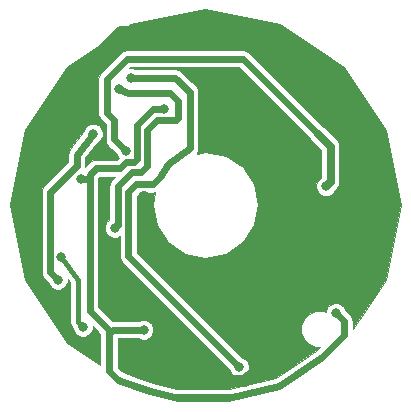
<source format=gbl>
G04 #@! TF.FileFunction,Copper,L2,Bot,Signal*
%FSLAX46Y46*%
G04 Gerber Fmt 4.6, Leading zero omitted, Abs format (unit mm)*
G04 Created by KiCad (PCBNEW 4.0.6) date Mon May 22 20:15:38 2017*
%MOMM*%
%LPD*%
G01*
G04 APERTURE LIST*
%ADD10C,0.100000*%
%ADD11C,0.800000*%
%ADD12C,0.700000*%
%ADD13C,0.600000*%
%ADD14C,1.000000*%
%ADD15C,0.400000*%
%ADD16C,0.050000*%
G04 APERTURE END LIST*
D10*
D11*
X151384000Y-107950000D03*
X134440000Y-104960000D03*
X153020000Y-107300000D03*
X140060000Y-123560000D03*
X144730000Y-121510000D03*
X128300000Y-104830000D03*
X128240000Y-117040000D03*
X148020000Y-120420000D03*
X146650000Y-118890000D03*
X139750000Y-116750000D03*
X134820000Y-123120000D03*
X136000000Y-108830000D03*
X153680000Y-106650000D03*
X152200000Y-118660000D03*
X137620000Y-101400000D03*
X135940000Y-120090000D03*
X130620000Y-107320000D03*
X128930000Y-113930000D03*
X130790000Y-119860000D03*
X144050000Y-123280000D03*
X134830000Y-98760000D03*
X133480000Y-111460000D03*
X133890000Y-99740000D03*
X131670000Y-103480000D03*
X128670000Y-115860000D03*
D12*
X151770000Y-107564000D02*
X151384000Y-107950000D01*
D13*
X150680000Y-103480000D02*
X144350000Y-97150000D01*
X144350000Y-97150000D02*
X134500000Y-97150000D01*
X134500000Y-97150000D02*
X132800000Y-98850000D01*
X132800000Y-98850000D02*
X132800000Y-101730000D01*
X132800000Y-101730000D02*
X133440000Y-102370000D01*
D12*
X151770000Y-104580000D02*
X150680000Y-103490000D01*
D13*
X150680000Y-103490000D02*
X150680000Y-103480000D01*
X133440000Y-103970000D02*
X133440000Y-102370000D01*
D12*
X151770000Y-104580000D02*
X151770000Y-107564000D01*
D13*
X133450000Y-103970000D02*
X133440000Y-103970000D01*
X134440000Y-104960000D02*
X133450000Y-103970000D01*
D14*
X153020000Y-107300000D02*
X153020000Y-102400000D01*
X153020000Y-102400000D02*
X145910000Y-95170000D01*
X153020000Y-107300000D02*
X153030000Y-110480000D01*
X145720000Y-117760000D02*
X153030000Y-110480000D01*
X128260000Y-104810000D02*
X128230000Y-100680000D01*
X134050000Y-94860000D02*
X128230000Y-100680000D01*
X145910000Y-95170000D02*
X134050000Y-94860000D01*
X140060000Y-123930000D02*
X139710000Y-124280000D01*
X140060000Y-123560000D02*
X140060000Y-123930000D01*
X139710000Y-124280000D02*
X138550000Y-123120000D01*
X141010000Y-124280000D02*
X139710000Y-124280000D01*
X138550000Y-123120000D02*
X134820000Y-123120000D01*
X141010000Y-124280000D02*
X143100000Y-124280000D01*
X144730000Y-121750000D02*
X145420000Y-122440000D01*
X144730000Y-121510000D02*
X144730000Y-121750000D01*
X144620000Y-121400000D02*
X144620000Y-118860000D01*
X144730000Y-121510000D02*
X144620000Y-121400000D01*
X145420000Y-123580000D02*
X145420000Y-122440000D01*
X144530000Y-124470000D02*
X145420000Y-123580000D01*
X143290000Y-124470000D02*
X144530000Y-124470000D01*
X143100000Y-124280000D02*
X143290000Y-124470000D01*
X140990000Y-124280000D02*
X141010000Y-124280000D01*
X144620000Y-118860000D02*
X145720000Y-117760000D01*
D13*
X128280000Y-104810000D02*
X128260000Y-104810000D01*
X128300000Y-104830000D02*
X128280000Y-104810000D01*
X126980000Y-106180000D02*
X126980000Y-106090000D01*
X128240000Y-117040000D02*
X126980000Y-115780000D01*
X126980000Y-115780000D02*
X126980000Y-106180000D01*
X126980000Y-106090000D02*
X128260000Y-104810000D01*
D14*
X139750000Y-116750000D02*
X144710000Y-116750000D01*
X144710000Y-116750000D02*
X145720000Y-117760000D01*
X136000000Y-108830000D02*
X136000000Y-113000000D01*
X136000000Y-113000000D02*
X139750000Y-116750000D01*
X148020000Y-120420000D02*
X148020000Y-120260000D01*
X148020000Y-120260000D02*
X146650000Y-118890000D01*
X146650000Y-118890000D02*
X146650000Y-118690000D01*
X146650000Y-118690000D02*
X145720000Y-117760000D01*
D15*
X139750000Y-116750000D02*
X139730000Y-116730000D01*
X134820000Y-123120000D02*
X134820000Y-123100000D01*
X136000000Y-108830000D02*
X136000000Y-108810000D01*
D13*
X153680000Y-106650000D02*
X153680000Y-106654000D01*
X152920000Y-119380000D02*
X152200000Y-118660000D01*
X152920000Y-120500000D02*
X152920000Y-119380000D01*
X133030000Y-106400000D02*
X133950000Y-106400000D01*
X133030000Y-106400000D02*
X131931363Y-106400000D01*
X131931363Y-106400000D02*
X131371287Y-106960076D01*
X131370000Y-107320000D02*
X131371287Y-106960076D01*
X135350000Y-102780000D02*
X135410000Y-102720000D01*
X135350000Y-105610000D02*
X135350000Y-102780000D01*
X135090000Y-105870000D02*
X135350000Y-105610000D01*
X134480000Y-105870000D02*
X135090000Y-105870000D01*
X133950000Y-106400000D02*
X134480000Y-105870000D01*
X137620000Y-101400000D02*
X136730000Y-101400000D01*
X136730000Y-101400000D02*
X135410000Y-102720000D01*
X137620000Y-101400000D02*
X137520000Y-101300000D01*
X135200000Y-124840000D02*
X136490000Y-125310000D01*
X151010000Y-122410000D02*
X152920000Y-120500000D01*
X152920000Y-120500000D02*
X152940000Y-120480000D01*
X147430000Y-124860000D02*
X151010000Y-122410000D01*
X143080000Y-125870000D02*
X147430000Y-124860000D01*
D12*
X138830000Y-125840000D02*
X143080000Y-125870000D01*
D13*
X136490000Y-125310000D02*
X138830000Y-125840000D01*
X135940000Y-120090000D02*
X133360000Y-120090000D01*
X133360000Y-120090000D02*
X133010000Y-120440000D01*
X131370000Y-107320000D02*
X131375000Y-118485000D01*
X133010000Y-120120000D02*
X133010000Y-120440000D01*
X131375000Y-118485000D02*
X133010000Y-120120000D01*
X133800000Y-124310000D02*
X135200000Y-124840000D01*
X135200000Y-124840000D02*
X135190000Y-124840000D01*
X133010000Y-123620000D02*
X133800000Y-124310000D01*
X133010000Y-120440000D02*
X133010000Y-123620000D01*
X130620000Y-107320000D02*
X131370000Y-107320000D01*
D15*
X130340000Y-115870000D02*
X128930000Y-113930000D01*
X130340000Y-119410000D02*
X130340000Y-115870000D01*
X130790000Y-119860000D02*
X130340000Y-119410000D01*
D13*
X134650000Y-113880000D02*
X134650000Y-113810000D01*
X144050000Y-123280000D02*
X134650000Y-113880000D01*
X134650000Y-108750000D02*
X134650000Y-113810000D01*
X135330000Y-107760000D02*
X136140000Y-107760000D01*
X134650000Y-108440000D02*
X135330000Y-107760000D01*
X134650000Y-108750000D02*
X134650000Y-108440000D01*
X138630000Y-98760000D02*
X139856379Y-99986379D01*
X136750000Y-107760000D02*
X136140000Y-107760000D01*
X136750000Y-107760000D02*
X137354088Y-107155912D01*
X137354088Y-107155912D02*
X138011019Y-106021274D01*
X139856379Y-104730707D02*
X138011019Y-106021274D01*
X139856379Y-104530707D02*
X139856379Y-104730707D01*
X139856379Y-104530707D02*
X139856379Y-99986379D01*
X134830000Y-98760000D02*
X138630000Y-98760000D01*
X136140000Y-107760000D02*
X136074793Y-107760000D01*
X136210000Y-103200000D02*
X136210000Y-103190000D01*
X138830000Y-102160000D02*
X138830000Y-100710000D01*
X138670000Y-102320000D02*
X138830000Y-102160000D01*
X137080000Y-102320000D02*
X138670000Y-102320000D01*
X136210000Y-103190000D02*
X137080000Y-102320000D01*
X134960000Y-106740000D02*
X135680000Y-106740000D01*
X133480000Y-111460000D02*
X133750000Y-111190000D01*
X133750000Y-111190000D02*
X133760000Y-107930000D01*
X133760000Y-107930000D02*
X134960000Y-106740000D01*
X136210000Y-103250000D02*
X136210000Y-103200000D01*
X136210000Y-103200000D02*
X136210000Y-105170000D01*
X136210000Y-106200000D02*
X136210000Y-105170000D01*
X135680000Y-106740000D02*
X136210000Y-106200000D01*
X138830000Y-100710000D02*
X138200000Y-100080000D01*
X138200000Y-100080000D02*
X134610000Y-100080000D01*
X134610000Y-100080000D02*
X133890000Y-99740000D01*
X138840000Y-100720000D02*
X138830000Y-100710000D01*
X136200000Y-103260000D02*
X136210000Y-103250000D01*
X130280000Y-105270000D02*
X131670000Y-103480000D01*
X130280000Y-106190000D02*
X130280000Y-105270000D01*
X128020000Y-108450000D02*
X130280000Y-106190000D01*
X128020000Y-115210000D02*
X128020000Y-108450000D01*
X128670000Y-115860000D02*
X128020000Y-115210000D01*
D16*
G36*
X147503932Y-94228361D02*
X152870867Y-97814433D01*
X156456939Y-103181368D01*
X157716200Y-109512100D01*
X156456939Y-115842832D01*
X153645000Y-120051195D01*
X153645000Y-119380000D01*
X153601440Y-119161007D01*
X153589813Y-119102554D01*
X153432653Y-118867348D01*
X152999246Y-118433942D01*
X152899809Y-118193285D01*
X152667935Y-117961007D01*
X152364823Y-117835143D01*
X152036617Y-117834857D01*
X151733285Y-117960191D01*
X151501007Y-118192065D01*
X151375143Y-118495177D01*
X151375036Y-118617530D01*
X151104672Y-118505265D01*
X150497989Y-118504735D01*
X149937285Y-118736414D01*
X149507921Y-119165029D01*
X149275265Y-119725328D01*
X149274735Y-120332011D01*
X149506414Y-120892715D01*
X149935029Y-121322079D01*
X150495328Y-121554735D01*
X150839660Y-121555036D01*
X150544969Y-121849727D01*
X147133132Y-124184643D01*
X143152584Y-125108862D01*
X143085471Y-125095019D01*
X138835470Y-125065019D01*
X138756882Y-125080075D01*
X136694991Y-124613066D01*
X135452438Y-124160352D01*
X134178680Y-123678145D01*
X133735000Y-123290626D01*
X133735000Y-120815000D01*
X135534696Y-120815000D01*
X135775177Y-120914857D01*
X136103383Y-120915143D01*
X136406715Y-120789809D01*
X136638993Y-120557935D01*
X136764857Y-120254823D01*
X136765143Y-119926617D01*
X136639809Y-119623285D01*
X136407935Y-119391007D01*
X136104823Y-119265143D01*
X135776617Y-119264857D01*
X135534252Y-119365000D01*
X133360000Y-119365000D01*
X133293527Y-119378222D01*
X132099866Y-118184561D01*
X132095001Y-107321025D01*
X132095214Y-107261453D01*
X132231667Y-107125000D01*
X133542143Y-107125000D01*
X133249497Y-107415207D01*
X133249265Y-107415551D01*
X133248923Y-107415778D01*
X133170466Y-107532420D01*
X133091354Y-107649754D01*
X133091272Y-107650159D01*
X133091041Y-107650502D01*
X133062977Y-107789363D01*
X133035007Y-107926967D01*
X133035085Y-107927369D01*
X133035003Y-107927776D01*
X133026331Y-110754800D01*
X133013285Y-110760191D01*
X132781007Y-110992065D01*
X132655143Y-111295177D01*
X132654857Y-111623383D01*
X132780191Y-111926715D01*
X133012065Y-112158993D01*
X133315177Y-112284857D01*
X133643383Y-112285143D01*
X133925000Y-112168781D01*
X133925000Y-113880000D01*
X133943877Y-113974900D01*
X133980187Y-114157446D01*
X134137348Y-114392652D01*
X143250754Y-123506059D01*
X143350191Y-123746715D01*
X143582065Y-123978993D01*
X143885177Y-124104857D01*
X144213383Y-124105143D01*
X144516715Y-123979809D01*
X144748993Y-123747935D01*
X144874857Y-123444823D01*
X144875143Y-123116617D01*
X144749809Y-122813285D01*
X144517935Y-122581007D01*
X144275745Y-122480440D01*
X135375000Y-113579696D01*
X135375000Y-108740304D01*
X135630305Y-108485000D01*
X136750000Y-108485000D01*
X136905634Y-108454043D01*
X136697700Y-109499400D01*
X137038377Y-111212100D01*
X138008544Y-112664056D01*
X139460500Y-113634223D01*
X141173200Y-113974900D01*
X142885900Y-113634223D01*
X144337856Y-112664056D01*
X145308023Y-111212100D01*
X145648700Y-109499400D01*
X145308023Y-107786700D01*
X144337856Y-106334744D01*
X142885900Y-105364577D01*
X141173200Y-105023900D01*
X140415927Y-105174531D01*
X140467616Y-105120598D01*
X140490763Y-105061175D01*
X140526192Y-105008152D01*
X140541610Y-104930642D01*
X140570292Y-104857009D01*
X140568937Y-104793255D01*
X140581379Y-104730707D01*
X140581379Y-99986379D01*
X140526192Y-99708934D01*
X140526192Y-99708933D01*
X140369032Y-99473727D01*
X139142652Y-98247348D01*
X138907446Y-98090187D01*
X138861415Y-98081031D01*
X138630000Y-98035000D01*
X135235304Y-98035000D01*
X134994823Y-97935143D01*
X134740383Y-97934921D01*
X134800304Y-97875000D01*
X144049696Y-97875000D01*
X149969466Y-103794771D01*
X150131992Y-104038008D01*
X150995000Y-104901016D01*
X150995000Y-107218080D01*
X150917285Y-107250191D01*
X150685007Y-107482065D01*
X150559143Y-107785177D01*
X150558857Y-108113383D01*
X150684191Y-108416715D01*
X150916065Y-108648993D01*
X151219177Y-108774857D01*
X151547383Y-108775143D01*
X151850715Y-108649809D01*
X152082993Y-108417935D01*
X152133348Y-108296667D01*
X152318005Y-108112010D01*
X152318008Y-108112008D01*
X152486007Y-107860580D01*
X152545000Y-107564000D01*
X152545000Y-104580000D01*
X152486007Y-104283420D01*
X152318008Y-104031992D01*
X151228008Y-102941992D01*
X151045045Y-102819740D01*
X144862652Y-96637348D01*
X144627446Y-96480187D01*
X144581415Y-96471031D01*
X144350000Y-96425000D01*
X134500000Y-96425000D01*
X134268585Y-96471031D01*
X134222554Y-96480187D01*
X133987348Y-96637348D01*
X132287348Y-98337348D01*
X132130187Y-98572554D01*
X132130187Y-98572555D01*
X132075000Y-98850000D01*
X132075000Y-101730000D01*
X132102437Y-101867935D01*
X132130187Y-102007446D01*
X132287348Y-102242652D01*
X132715000Y-102670305D01*
X132715000Y-103970000D01*
X132770187Y-104247445D01*
X132927348Y-104482652D01*
X132957485Y-104502789D01*
X133640754Y-105186059D01*
X133740191Y-105426715D01*
X133819017Y-105505678D01*
X133649696Y-105675000D01*
X131931363Y-105675000D01*
X131731958Y-105714664D01*
X131653917Y-105730187D01*
X131418711Y-105887348D01*
X130977424Y-106328635D01*
X131005000Y-106190000D01*
X131005000Y-105518440D01*
X132000927Y-104235915D01*
X132136715Y-104179809D01*
X132368993Y-103947935D01*
X132494857Y-103644823D01*
X132495143Y-103316617D01*
X132369809Y-103013285D01*
X132137935Y-102781007D01*
X131834823Y-102655143D01*
X131506617Y-102654857D01*
X131203285Y-102780191D01*
X130971007Y-103012065D01*
X130845143Y-103315177D01*
X130845104Y-103360204D01*
X129707375Y-104825336D01*
X129664017Y-104911993D01*
X129610187Y-104992555D01*
X129601264Y-105037414D01*
X129580798Y-105078318D01*
X129573903Y-105174966D01*
X129555000Y-105270000D01*
X129555000Y-105889695D01*
X127507348Y-107937348D01*
X127350187Y-108172554D01*
X127350187Y-108172555D01*
X127295000Y-108450000D01*
X127295000Y-115210000D01*
X127338374Y-115428058D01*
X127350187Y-115487446D01*
X127507348Y-115722652D01*
X127870754Y-116086059D01*
X127970191Y-116326715D01*
X128202065Y-116558993D01*
X128505177Y-116684857D01*
X128833383Y-116685143D01*
X129136715Y-116559809D01*
X129368993Y-116327935D01*
X129494857Y-116024823D01*
X129495079Y-115770547D01*
X129715000Y-116073134D01*
X129715000Y-119410000D01*
X129762575Y-119649177D01*
X129898058Y-119851942D01*
X129964948Y-119918832D01*
X129964857Y-120023383D01*
X130090191Y-120326715D01*
X130322065Y-120558993D01*
X130625177Y-120684857D01*
X130953383Y-120685143D01*
X131256715Y-120559809D01*
X131488993Y-120327935D01*
X131614857Y-120024823D01*
X131615096Y-119750401D01*
X132285000Y-120420305D01*
X132285000Y-123086993D01*
X129475533Y-121209767D01*
X125889461Y-115842832D01*
X124630200Y-109512100D01*
X125889461Y-103181368D01*
X129475533Y-97814433D01*
X134842468Y-94228361D01*
X141173200Y-92969100D01*
X147503932Y-94228361D01*
X147503932Y-94228361D01*
G37*
X147503932Y-94228361D02*
X152870867Y-97814433D01*
X156456939Y-103181368D01*
X157716200Y-109512100D01*
X156456939Y-115842832D01*
X153645000Y-120051195D01*
X153645000Y-119380000D01*
X153601440Y-119161007D01*
X153589813Y-119102554D01*
X153432653Y-118867348D01*
X152999246Y-118433942D01*
X152899809Y-118193285D01*
X152667935Y-117961007D01*
X152364823Y-117835143D01*
X152036617Y-117834857D01*
X151733285Y-117960191D01*
X151501007Y-118192065D01*
X151375143Y-118495177D01*
X151375036Y-118617530D01*
X151104672Y-118505265D01*
X150497989Y-118504735D01*
X149937285Y-118736414D01*
X149507921Y-119165029D01*
X149275265Y-119725328D01*
X149274735Y-120332011D01*
X149506414Y-120892715D01*
X149935029Y-121322079D01*
X150495328Y-121554735D01*
X150839660Y-121555036D01*
X150544969Y-121849727D01*
X147133132Y-124184643D01*
X143152584Y-125108862D01*
X143085471Y-125095019D01*
X138835470Y-125065019D01*
X138756882Y-125080075D01*
X136694991Y-124613066D01*
X135452438Y-124160352D01*
X134178680Y-123678145D01*
X133735000Y-123290626D01*
X133735000Y-120815000D01*
X135534696Y-120815000D01*
X135775177Y-120914857D01*
X136103383Y-120915143D01*
X136406715Y-120789809D01*
X136638993Y-120557935D01*
X136764857Y-120254823D01*
X136765143Y-119926617D01*
X136639809Y-119623285D01*
X136407935Y-119391007D01*
X136104823Y-119265143D01*
X135776617Y-119264857D01*
X135534252Y-119365000D01*
X133360000Y-119365000D01*
X133293527Y-119378222D01*
X132099866Y-118184561D01*
X132095001Y-107321025D01*
X132095214Y-107261453D01*
X132231667Y-107125000D01*
X133542143Y-107125000D01*
X133249497Y-107415207D01*
X133249265Y-107415551D01*
X133248923Y-107415778D01*
X133170466Y-107532420D01*
X133091354Y-107649754D01*
X133091272Y-107650159D01*
X133091041Y-107650502D01*
X133062977Y-107789363D01*
X133035007Y-107926967D01*
X133035085Y-107927369D01*
X133035003Y-107927776D01*
X133026331Y-110754800D01*
X133013285Y-110760191D01*
X132781007Y-110992065D01*
X132655143Y-111295177D01*
X132654857Y-111623383D01*
X132780191Y-111926715D01*
X133012065Y-112158993D01*
X133315177Y-112284857D01*
X133643383Y-112285143D01*
X133925000Y-112168781D01*
X133925000Y-113880000D01*
X133943877Y-113974900D01*
X133980187Y-114157446D01*
X134137348Y-114392652D01*
X143250754Y-123506059D01*
X143350191Y-123746715D01*
X143582065Y-123978993D01*
X143885177Y-124104857D01*
X144213383Y-124105143D01*
X144516715Y-123979809D01*
X144748993Y-123747935D01*
X144874857Y-123444823D01*
X144875143Y-123116617D01*
X144749809Y-122813285D01*
X144517935Y-122581007D01*
X144275745Y-122480440D01*
X135375000Y-113579696D01*
X135375000Y-108740304D01*
X135630305Y-108485000D01*
X136750000Y-108485000D01*
X136905634Y-108454043D01*
X136697700Y-109499400D01*
X137038377Y-111212100D01*
X138008544Y-112664056D01*
X139460500Y-113634223D01*
X141173200Y-113974900D01*
X142885900Y-113634223D01*
X144337856Y-112664056D01*
X145308023Y-111212100D01*
X145648700Y-109499400D01*
X145308023Y-107786700D01*
X144337856Y-106334744D01*
X142885900Y-105364577D01*
X141173200Y-105023900D01*
X140415927Y-105174531D01*
X140467616Y-105120598D01*
X140490763Y-105061175D01*
X140526192Y-105008152D01*
X140541610Y-104930642D01*
X140570292Y-104857009D01*
X140568937Y-104793255D01*
X140581379Y-104730707D01*
X140581379Y-99986379D01*
X140526192Y-99708934D01*
X140526192Y-99708933D01*
X140369032Y-99473727D01*
X139142652Y-98247348D01*
X138907446Y-98090187D01*
X138861415Y-98081031D01*
X138630000Y-98035000D01*
X135235304Y-98035000D01*
X134994823Y-97935143D01*
X134740383Y-97934921D01*
X134800304Y-97875000D01*
X144049696Y-97875000D01*
X149969466Y-103794771D01*
X150131992Y-104038008D01*
X150995000Y-104901016D01*
X150995000Y-107218080D01*
X150917285Y-107250191D01*
X150685007Y-107482065D01*
X150559143Y-107785177D01*
X150558857Y-108113383D01*
X150684191Y-108416715D01*
X150916065Y-108648993D01*
X151219177Y-108774857D01*
X151547383Y-108775143D01*
X151850715Y-108649809D01*
X152082993Y-108417935D01*
X152133348Y-108296667D01*
X152318005Y-108112010D01*
X152318008Y-108112008D01*
X152486007Y-107860580D01*
X152545000Y-107564000D01*
X152545000Y-104580000D01*
X152486007Y-104283420D01*
X152318008Y-104031992D01*
X151228008Y-102941992D01*
X151045045Y-102819740D01*
X144862652Y-96637348D01*
X144627446Y-96480187D01*
X144581415Y-96471031D01*
X144350000Y-96425000D01*
X134500000Y-96425000D01*
X134268585Y-96471031D01*
X134222554Y-96480187D01*
X133987348Y-96637348D01*
X132287348Y-98337348D01*
X132130187Y-98572554D01*
X132130187Y-98572555D01*
X132075000Y-98850000D01*
X132075000Y-101730000D01*
X132102437Y-101867935D01*
X132130187Y-102007446D01*
X132287348Y-102242652D01*
X132715000Y-102670305D01*
X132715000Y-103970000D01*
X132770187Y-104247445D01*
X132927348Y-104482652D01*
X132957485Y-104502789D01*
X133640754Y-105186059D01*
X133740191Y-105426715D01*
X133819017Y-105505678D01*
X133649696Y-105675000D01*
X131931363Y-105675000D01*
X131731958Y-105714664D01*
X131653917Y-105730187D01*
X131418711Y-105887348D01*
X130977424Y-106328635D01*
X131005000Y-106190000D01*
X131005000Y-105518440D01*
X132000927Y-104235915D01*
X132136715Y-104179809D01*
X132368993Y-103947935D01*
X132494857Y-103644823D01*
X132495143Y-103316617D01*
X132369809Y-103013285D01*
X132137935Y-102781007D01*
X131834823Y-102655143D01*
X131506617Y-102654857D01*
X131203285Y-102780191D01*
X130971007Y-103012065D01*
X130845143Y-103315177D01*
X130845104Y-103360204D01*
X129707375Y-104825336D01*
X129664017Y-104911993D01*
X129610187Y-104992555D01*
X129601264Y-105037414D01*
X129580798Y-105078318D01*
X129573903Y-105174966D01*
X129555000Y-105270000D01*
X129555000Y-105889695D01*
X127507348Y-107937348D01*
X127350187Y-108172554D01*
X127350187Y-108172555D01*
X127295000Y-108450000D01*
X127295000Y-115210000D01*
X127338374Y-115428058D01*
X127350187Y-115487446D01*
X127507348Y-115722652D01*
X127870754Y-116086059D01*
X127970191Y-116326715D01*
X128202065Y-116558993D01*
X128505177Y-116684857D01*
X128833383Y-116685143D01*
X129136715Y-116559809D01*
X129368993Y-116327935D01*
X129494857Y-116024823D01*
X129495079Y-115770547D01*
X129715000Y-116073134D01*
X129715000Y-119410000D01*
X129762575Y-119649177D01*
X129898058Y-119851942D01*
X129964948Y-119918832D01*
X129964857Y-120023383D01*
X130090191Y-120326715D01*
X130322065Y-120558993D01*
X130625177Y-120684857D01*
X130953383Y-120685143D01*
X131256715Y-120559809D01*
X131488993Y-120327935D01*
X131614857Y-120024823D01*
X131615096Y-119750401D01*
X132285000Y-120420305D01*
X132285000Y-123086993D01*
X129475533Y-121209767D01*
X125889461Y-115842832D01*
X124630200Y-109512100D01*
X125889461Y-103181368D01*
X129475533Y-97814433D01*
X134842468Y-94228361D01*
X141173200Y-92969100D01*
X147503932Y-94228361D01*
M02*

</source>
